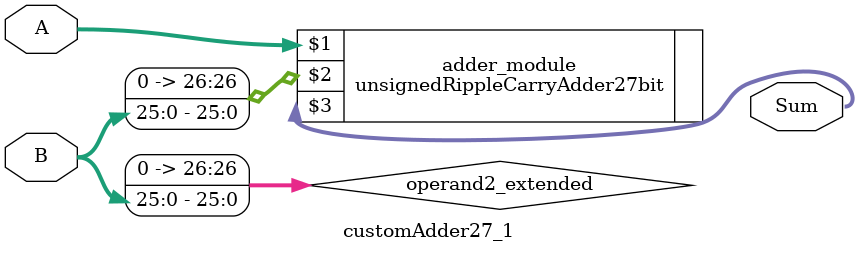
<source format=v>

module customAdder27_1(
                    input [26 : 0] A,
                    input [25 : 0] B,
                    
                    output [27 : 0] Sum
            );

    wire [26 : 0] operand2_extended;
    
    assign operand2_extended =  {1'b0, B};
    
    unsignedRippleCarryAdder27bit adder_module(
        A,
        operand2_extended,
        Sum
    );
    
endmodule
        
</source>
